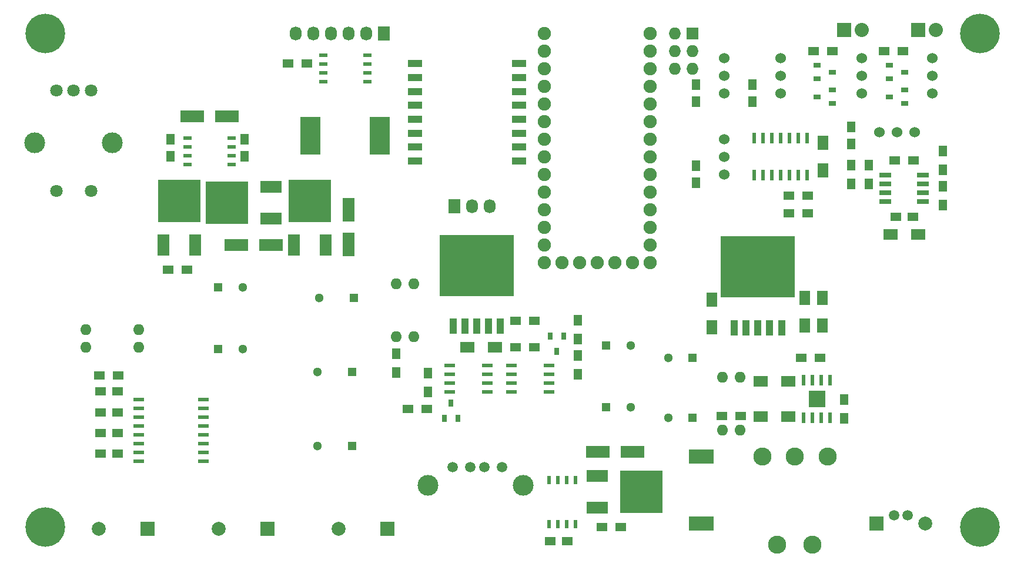
<source format=gts>
G04 #@! TF.FileFunction,Soldermask,Top*
%FSLAX46Y46*%
G04 Gerber Fmt 4.6, Leading zero omitted, Abs format (unit mm)*
G04 Created by KiCad (PCBNEW (2015-06-14 BZR 5748)-product) date Saturday, August 01, 2015 'AMt' 10:31:55 AM*
%MOMM*%
G01*
G04 APERTURE LIST*
%ADD10C,0.100000*%
%ADD11R,2.032000X2.032000*%
%ADD12O,2.032000X2.032000*%
%ADD13R,2.000000X2.000000*%
%ADD14C,2.000000*%
%ADD15R,1.300000X1.300000*%
%ADD16C,1.300000*%
%ADD17R,1.250000X1.500000*%
%ADD18R,2.000000X1.600000*%
%ADD19R,1.500000X1.250000*%
%ADD20R,1.600000X2.000000*%
%ADD21R,3.500120X1.800860*%
%ADD22R,1.800860X3.500120*%
%ADD23R,3.599180X1.998980*%
%ADD24C,1.501140*%
%ADD25C,2.999740*%
%ADD26R,1.727200X1.727200*%
%ADD27O,1.727200X1.727200*%
%ADD28R,1.727200X2.032000*%
%ADD29O,1.727200X2.032000*%
%ADD30R,1.651000X3.048000*%
%ADD31R,6.096000X6.096000*%
%ADD32R,3.048000X1.651000*%
%ADD33R,1.550000X0.600000*%
%ADD34R,1.300000X1.500000*%
%ADD35R,1.500000X1.300000*%
%ADD36C,1.800000*%
%ADD37C,3.000000*%
%ADD38C,1.524000*%
%ADD39C,2.612000*%
%ADD40R,1.143000X0.508000*%
%ADD41R,1.066800X2.286000*%
%ADD42R,10.668000X8.890000*%
%ADD43R,2.000000X1.000000*%
%ADD44R,0.508000X1.143000*%
%ADD45O,1.600000X1.600000*%
%ADD46R,0.600000X1.500000*%
%ADD47R,0.600000X1.550000*%
%ADD48R,1.175000X1.175000*%
%ADD49R,1.702400X0.752400*%
%ADD50C,1.900000*%
%ADD51R,1.500000X0.600000*%
%ADD52R,1.060000X0.650000*%
%ADD53R,0.650000X1.060000*%
%ADD54R,2.900680X5.400040*%
%ADD55C,5.700000*%
%ADD56C,1.500000*%
G04 APERTURE END LIST*
D10*
D11*
X238506000Y-23368000D03*
D12*
X241046000Y-23368000D03*
D13*
X138120000Y-95250000D03*
D14*
X131120000Y-95250000D03*
D15*
X167640000Y-83312000D03*
D16*
X162640000Y-83312000D03*
D15*
X167894000Y-61976000D03*
D16*
X162894000Y-61976000D03*
D15*
X167640000Y-72644000D03*
D16*
X162640000Y-72644000D03*
X151836000Y-69342000D03*
D15*
X148336000Y-69342000D03*
D16*
X151836000Y-60452000D03*
D15*
X148336000Y-60452000D03*
D17*
X141478000Y-39136000D03*
X141478000Y-41636000D03*
D18*
X188182000Y-69088000D03*
X184182000Y-69088000D03*
D16*
X213162000Y-79248000D03*
D15*
X216662000Y-79248000D03*
D16*
X213162000Y-70612000D03*
D15*
X216662000Y-70612000D03*
D17*
X225298000Y-33762000D03*
X225298000Y-31262000D03*
D19*
X196108000Y-97028000D03*
X198608000Y-97028000D03*
D16*
X207716000Y-68834000D03*
D15*
X204216000Y-68834000D03*
D16*
X207716000Y-77724000D03*
D15*
X204216000Y-77724000D03*
D20*
X219456000Y-66262000D03*
X219456000Y-62262000D03*
X232791000Y-66008000D03*
X232791000Y-62008000D03*
X235331000Y-66008000D03*
X235331000Y-62008000D03*
D18*
X230473000Y-74041000D03*
X226473000Y-74041000D03*
X230473000Y-79121000D03*
X226473000Y-79121000D03*
D19*
X245892000Y-50292000D03*
X248392000Y-50292000D03*
D17*
X217170000Y-33762000D03*
X217170000Y-31262000D03*
D18*
X245142000Y-52832000D03*
X249142000Y-52832000D03*
D17*
X239522000Y-39858000D03*
X239522000Y-37358000D03*
X217170000Y-45446000D03*
X217170000Y-42946000D03*
D21*
X144566640Y-35814000D03*
X149565360Y-35814000D03*
X155915360Y-54356000D03*
X150916640Y-54356000D03*
D22*
X167132000Y-54315360D03*
X167132000Y-49316640D03*
D21*
X207985360Y-84201000D03*
X202986640Y-84201000D03*
D23*
X217932000Y-84836000D03*
X217932000Y-94488000D03*
D24*
X189230860Y-86357880D03*
X186690860Y-86357880D03*
X184658860Y-86357880D03*
X182118860Y-86357880D03*
D25*
X192278860Y-89024880D03*
X178562860Y-89024880D03*
D11*
X249174000Y-23368000D03*
D12*
X251714000Y-23368000D03*
D26*
X216662000Y-23876000D03*
D27*
X214122000Y-23876000D03*
X216662000Y-26416000D03*
X214122000Y-26416000D03*
X216662000Y-28956000D03*
X214122000Y-28956000D03*
D28*
X172212000Y-23876000D03*
D29*
X169672000Y-23876000D03*
X167132000Y-23876000D03*
X164592000Y-23876000D03*
X162052000Y-23876000D03*
X159512000Y-23876000D03*
D30*
X140462000Y-54356000D03*
D31*
X142748000Y-48006000D03*
D30*
X145034000Y-54356000D03*
D32*
X155956000Y-50546000D03*
D31*
X149606000Y-48260000D03*
D32*
X155956000Y-45974000D03*
D33*
X195994000Y-75565000D03*
X195994000Y-74295000D03*
X195994000Y-73025000D03*
X195994000Y-71755000D03*
X190594000Y-71755000D03*
X190594000Y-73025000D03*
X190594000Y-74295000D03*
X190594000Y-75565000D03*
D32*
X202946000Y-87630000D03*
D31*
X209296000Y-89916000D03*
D32*
X202946000Y-92202000D03*
D34*
X178562000Y-72818000D03*
X178562000Y-75518000D03*
D35*
X143844000Y-57912000D03*
X141144000Y-57912000D03*
X178388000Y-77978000D03*
X175688000Y-77978000D03*
X191182000Y-69088000D03*
X193882000Y-69088000D03*
X191182000Y-65278000D03*
X193882000Y-65278000D03*
D34*
X200152000Y-70278000D03*
X200152000Y-72978000D03*
D35*
X131238000Y-73152000D03*
X133938000Y-73152000D03*
D34*
X200152000Y-65198000D03*
X200152000Y-67898000D03*
D35*
X203628000Y-94996000D03*
X206328000Y-94996000D03*
X244268000Y-26416000D03*
X246968000Y-26416000D03*
X234108000Y-26416000D03*
X236808000Y-26416000D03*
D34*
X238506000Y-76628000D03*
X238506000Y-79328000D03*
D35*
X232330000Y-70612000D03*
X235030000Y-70612000D03*
X248492000Y-42164000D03*
X245792000Y-42164000D03*
X220900000Y-78994000D03*
X223600000Y-78994000D03*
D34*
X252730000Y-40814000D03*
X252730000Y-43514000D03*
X242062000Y-42846000D03*
X242062000Y-45546000D03*
X252730000Y-45894000D03*
X252730000Y-48594000D03*
X239522000Y-45546000D03*
X239522000Y-42846000D03*
D35*
X158416000Y-28194000D03*
X161116000Y-28194000D03*
D34*
X173990000Y-72724000D03*
X173990000Y-70024000D03*
D36*
X130008000Y-46624000D03*
X130008000Y-32124000D03*
X127508000Y-32124000D03*
X125008000Y-32124000D03*
X125008000Y-46624000D03*
D37*
X121908000Y-39624000D03*
X133108000Y-39624000D03*
D38*
X229362000Y-29972000D03*
X229362000Y-27432000D03*
X229362000Y-32512000D03*
X251206000Y-29972000D03*
X251206000Y-27432000D03*
X251206000Y-32512000D03*
X241046000Y-29972000D03*
X241046000Y-27432000D03*
X241046000Y-32512000D03*
X221234000Y-29972000D03*
X221234000Y-27432000D03*
X221234000Y-32512000D03*
X246126000Y-38100000D03*
X243586000Y-38100000D03*
X248666000Y-38100000D03*
X221234000Y-41656000D03*
X221234000Y-39116000D03*
X221234000Y-44196000D03*
D39*
X226694000Y-84836000D03*
X231394000Y-84836000D03*
X236094000Y-84836000D03*
X228854000Y-97536000D03*
X233934000Y-97536000D03*
D40*
X150241000Y-38989000D03*
X150241000Y-40259000D03*
X150241000Y-41529000D03*
X150241000Y-42799000D03*
X143891000Y-42799000D03*
X143891000Y-41529000D03*
X143891000Y-40259000D03*
X143891000Y-38989000D03*
D41*
X182150400Y-66100000D03*
D42*
X185554000Y-57337000D03*
D41*
X185554000Y-66100000D03*
X183852200Y-66100000D03*
X187255800Y-66100000D03*
X188957600Y-66100000D03*
D43*
X191650000Y-42266000D03*
X191650000Y-40266000D03*
X191650000Y-38266000D03*
X191650000Y-36266000D03*
X191650000Y-34266000D03*
X191650000Y-32266000D03*
X191650000Y-30266000D03*
X191650000Y-28266000D03*
X176650000Y-42266000D03*
X176650000Y-40266000D03*
X176650000Y-38266000D03*
X176650000Y-36266000D03*
X176650000Y-34266000D03*
X176650000Y-32266000D03*
X176650000Y-30266000D03*
X176650000Y-28266000D03*
D44*
X199771000Y-94615000D03*
X198501000Y-94615000D03*
X197231000Y-94615000D03*
X195961000Y-94615000D03*
X195961000Y-88265000D03*
X197231000Y-88265000D03*
X198501000Y-88265000D03*
X199771000Y-88265000D03*
D45*
X129286000Y-66548000D03*
X129286000Y-69088000D03*
X136906000Y-69088000D03*
X136906000Y-66548000D03*
D46*
X233172000Y-38956000D03*
X231902000Y-38956000D03*
X230632000Y-38956000D03*
X229362000Y-38956000D03*
X228092000Y-38956000D03*
X226822000Y-38956000D03*
X225552000Y-38956000D03*
X225552000Y-44356000D03*
X226822000Y-44356000D03*
X228092000Y-44356000D03*
X229362000Y-44356000D03*
X230632000Y-44356000D03*
X231902000Y-44356000D03*
X233172000Y-44356000D03*
D41*
X222656400Y-66294000D03*
D42*
X226060000Y-57531000D03*
D41*
X226060000Y-66294000D03*
X224358200Y-66294000D03*
X227761800Y-66294000D03*
X229463600Y-66294000D03*
D47*
X236474000Y-73881000D03*
X235204000Y-73881000D03*
X233934000Y-73881000D03*
X232664000Y-73881000D03*
X232664000Y-79281000D03*
X233934000Y-79281000D03*
X235204000Y-79281000D03*
X236474000Y-79281000D03*
D48*
X233981500Y-77168500D03*
X235156500Y-77168500D03*
X233981500Y-75993500D03*
X235156500Y-75993500D03*
D49*
X249842000Y-48133000D03*
X249842000Y-46863000D03*
X249842000Y-45593000D03*
X249842000Y-44323000D03*
X244442000Y-44323000D03*
X244442000Y-45593000D03*
X244442000Y-46863000D03*
X244442000Y-48133000D03*
D45*
X223520000Y-81026000D03*
X220980000Y-81026000D03*
X220980000Y-73406000D03*
X223520000Y-73406000D03*
D40*
X163449000Y-30861000D03*
X163449000Y-29591000D03*
X163449000Y-28321000D03*
X163449000Y-27051000D03*
X169799000Y-27051000D03*
X169799000Y-28321000D03*
X169799000Y-29591000D03*
X169799000Y-30861000D03*
D50*
X195326000Y-26416000D03*
X195326000Y-28956000D03*
X195326000Y-31496000D03*
X195326000Y-34036000D03*
X195326000Y-36576000D03*
X195326000Y-39116000D03*
X195326000Y-41656000D03*
X195326000Y-44196000D03*
X195326000Y-46736000D03*
X195326000Y-49276000D03*
X195326000Y-51816000D03*
X195326000Y-54356000D03*
X195326000Y-56896000D03*
X210566000Y-56896000D03*
X210566000Y-54356000D03*
X210566000Y-51816000D03*
X210566000Y-49276000D03*
X210566000Y-46736000D03*
X210566000Y-44196000D03*
X210566000Y-41656000D03*
X210566000Y-39116000D03*
X210566000Y-36576000D03*
X210566000Y-34036000D03*
X210566000Y-31496000D03*
X210566000Y-28956000D03*
X210566000Y-26416000D03*
X210566000Y-23876000D03*
X195326000Y-23876000D03*
X197866000Y-56896000D03*
X200406000Y-56896000D03*
X202946000Y-56896000D03*
X205486000Y-56896000D03*
X208026000Y-56896000D03*
D45*
X173990000Y-67564000D03*
X176530000Y-67564000D03*
X176530000Y-59944000D03*
X173990000Y-59944000D03*
D28*
X182372000Y-48768000D03*
D29*
X184912000Y-48768000D03*
X187452000Y-48768000D03*
D51*
X146210000Y-85543000D03*
X146210000Y-84273000D03*
X146210000Y-83003000D03*
X146210000Y-81733000D03*
X146210000Y-80463000D03*
X146210000Y-79193000D03*
X146210000Y-77923000D03*
X146210000Y-76653000D03*
X136910000Y-76653000D03*
X136910000Y-77923000D03*
X136910000Y-79193000D03*
X136910000Y-80463000D03*
X136910000Y-81733000D03*
X136910000Y-83003000D03*
X136910000Y-84273000D03*
X136910000Y-85543000D03*
D13*
X155392000Y-95250000D03*
D14*
X148392000Y-95250000D03*
D13*
X243134000Y-94488000D03*
D14*
X250134000Y-94488000D03*
D52*
X247226000Y-33970000D03*
X245026000Y-33020000D03*
X247226000Y-32070000D03*
X245026000Y-28514000D03*
X247226000Y-29464000D03*
X245026000Y-30414000D03*
X234612000Y-28514000D03*
X236812000Y-29464000D03*
X234612000Y-30414000D03*
X236812000Y-33970000D03*
X234612000Y-33020000D03*
X236812000Y-32070000D03*
D35*
X230552000Y-49784000D03*
X233252000Y-49784000D03*
X233252000Y-47244000D03*
X230552000Y-47244000D03*
D13*
X172664000Y-95250000D03*
D14*
X165664000Y-95250000D03*
D53*
X180914000Y-79332000D03*
X181864000Y-77132000D03*
X182814000Y-79332000D03*
X198054000Y-67480000D03*
X197104000Y-69680000D03*
X196154000Y-67480000D03*
D19*
X133870000Y-84488000D03*
X131370000Y-84488000D03*
D17*
X152146000Y-39136000D03*
X152146000Y-41636000D03*
D19*
X133870000Y-81488000D03*
X131370000Y-81488000D03*
D20*
X235458000Y-43656000D03*
X235458000Y-39656000D03*
D19*
X133870000Y-75488000D03*
X131370000Y-75488000D03*
X133870000Y-78488000D03*
X131370000Y-78488000D03*
D54*
X161622740Y-38608000D03*
X171625260Y-38608000D03*
D30*
X159258000Y-54356000D03*
D31*
X161544000Y-48006000D03*
D30*
X163830000Y-54356000D03*
D33*
X181704000Y-71755000D03*
X181704000Y-73025000D03*
X181704000Y-74295000D03*
X181704000Y-75565000D03*
X187104000Y-75565000D03*
X187104000Y-74295000D03*
X187104000Y-73025000D03*
X187104000Y-71755000D03*
D55*
X123396240Y-23876000D03*
X123444000Y-94996000D03*
X258064000Y-94996000D03*
X258064000Y-23876000D03*
D56*
X247634000Y-93304000D03*
X245634000Y-93304000D03*
M02*

</source>
